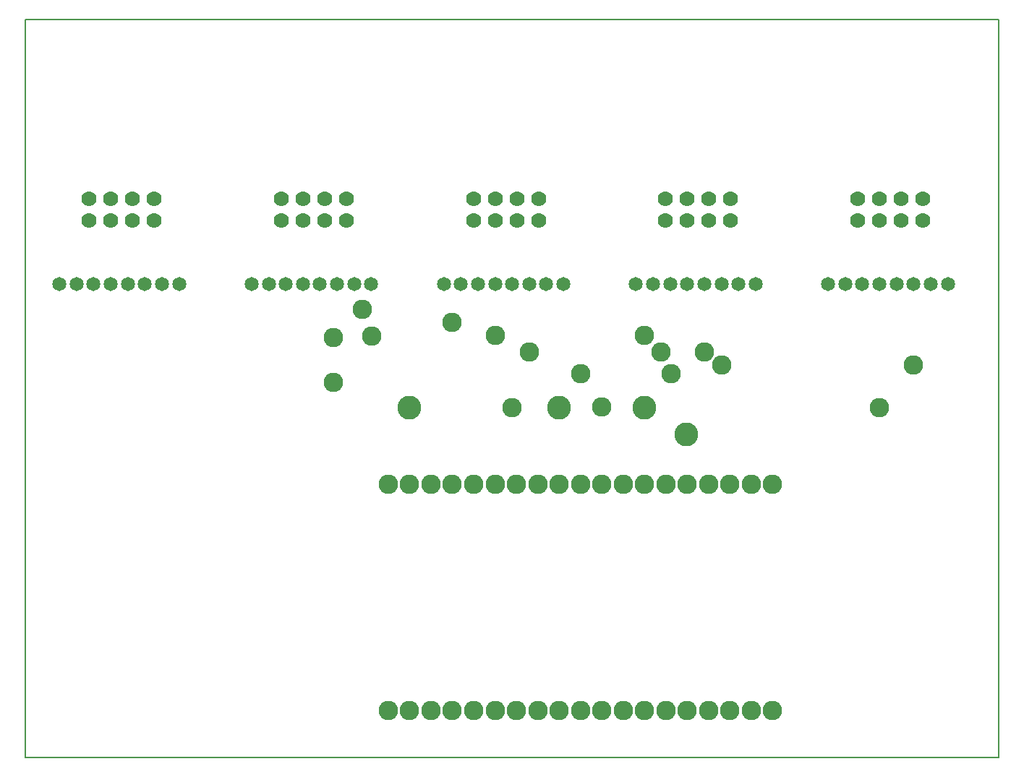
<source format=gbr>
G04 PROTEUS GERBER X2 FILE*
%TF.GenerationSoftware,Labcenter,Proteus,8.6-SP2-Build23525*%
%TF.CreationDate,2025-01-29T09:47:47+00:00*%
%TF.FileFunction,Soldermask,Bot*%
%TF.FilePolarity,Negative*%
%TF.Part,Single*%
%FSLAX45Y45*%
%MOMM*%
G01*
%TA.AperFunction,Material*%
%ADD71C,2.286000*%
%TA.AperFunction,Material*%
%ADD20C,1.778000*%
%ADD21C,1.651000*%
%TA.AperFunction,Material*%
%ADD22C,2.794000*%
%TA.AperFunction,Profile*%
%ADD17C,0.203200*%
%TD.AperFunction*%
D71*
X-1250000Y+3100000D03*
X-2300000Y+3250000D03*
X+3750000Y+2100000D03*
X-2192020Y+2934696D03*
X-750000Y+2950000D03*
X+999857Y+2950000D03*
X+4150000Y+2600000D03*
X-550000Y+2100000D03*
X-2644455Y+2921954D03*
X-2643841Y+2396742D03*
X+500000Y+2104957D03*
X+1700000Y+2750000D03*
X+1190000Y+2750000D03*
X-350000Y+2750000D03*
X+1900000Y+2600000D03*
X+1310000Y+2500000D03*
X+250000Y+2500000D03*
X-2000000Y-1450000D03*
X+2500000Y-1450000D03*
X+2500000Y+1200000D03*
X+2250000Y-1450000D03*
X-1750000Y-1450000D03*
X+1250000Y+1200000D03*
X+1500000Y+1200000D03*
X+1000000Y+1200000D03*
X+250000Y+1200000D03*
X+1000000Y-1450000D03*
X+1500000Y-1450000D03*
X+750000Y-1450000D03*
X+1750000Y+1200000D03*
X+750000Y+1200000D03*
X+500000Y+1200000D03*
X+0Y+1200000D03*
X-250000Y+1200000D03*
X-750000Y+1200000D03*
X-1500000Y+1200000D03*
X-1750000Y+1200000D03*
X+0Y-1450000D03*
X+250000Y-1450000D03*
X+500000Y-1450000D03*
X-500000Y-1450000D03*
X-250000Y-1450000D03*
X-1000000Y-1450000D03*
X-750000Y-1450000D03*
X+1250000Y-1450000D03*
X-500000Y+1200000D03*
X-2000000Y+1200000D03*
X-1000000Y+1200000D03*
X+2250000Y+1200000D03*
X+2000000Y+1200000D03*
X+1750000Y-1450000D03*
X+2000000Y-1450000D03*
X-1250000Y-1450000D03*
X-1500000Y-1450000D03*
X-1250000Y+1200000D03*
D20*
X-5504000Y+4296000D03*
X-5504000Y+4550000D03*
X-5250000Y+4296000D03*
X-5250000Y+4550000D03*
X-4996000Y+4296000D03*
X-4996000Y+4550000D03*
X-4742000Y+4296000D03*
X-4742000Y+4550000D03*
X-3254000Y+4296000D03*
X-3254000Y+4550000D03*
X-3000000Y+4296000D03*
X-3000000Y+4550000D03*
X-2746000Y+4296000D03*
X-2746000Y+4550000D03*
X-2492000Y+4296000D03*
X-2492000Y+4550000D03*
X+1246000Y+4296000D03*
X+1246000Y+4550000D03*
X+1500000Y+4296000D03*
X+1500000Y+4550000D03*
X+1754000Y+4296000D03*
X+1754000Y+4550000D03*
X+2008000Y+4296000D03*
X+2008000Y+4550000D03*
X+3496000Y+4296000D03*
X+3496000Y+4550000D03*
X+3750000Y+4296000D03*
X+3750000Y+4550000D03*
X+4004000Y+4296000D03*
X+4004000Y+4550000D03*
X+4258000Y+4296000D03*
X+4258000Y+4550000D03*
X-1004000Y+4296000D03*
X-1004000Y+4550000D03*
X-750000Y+4296000D03*
X-750000Y+4550000D03*
X-496000Y+4296000D03*
X-496000Y+4550000D03*
X-242000Y+4296000D03*
X-242000Y+4550000D03*
D21*
X-5850000Y+3550000D03*
X-5650000Y+3550000D03*
X-5450000Y+3550000D03*
X-5250000Y+3550000D03*
X-5050000Y+3550000D03*
X-4850000Y+3550000D03*
X-4650000Y+3550000D03*
X-4450000Y+3550000D03*
X-3600000Y+3550000D03*
X-3400000Y+3550000D03*
X-3200000Y+3550000D03*
X-3000000Y+3550000D03*
X-2800000Y+3550000D03*
X-2600000Y+3550000D03*
X-2400000Y+3550000D03*
X-2200000Y+3550000D03*
X-1350000Y+3550000D03*
X-1150000Y+3550000D03*
X-950000Y+3550000D03*
X-750000Y+3550000D03*
X-550000Y+3550000D03*
X-350000Y+3550000D03*
X-150000Y+3550000D03*
X+50000Y+3550000D03*
X+900000Y+3550000D03*
X+1100000Y+3550000D03*
X+1300000Y+3550000D03*
X+1500000Y+3550000D03*
X+1700000Y+3550000D03*
X+1900000Y+3550000D03*
X+2100000Y+3550000D03*
X+2300000Y+3550000D03*
X+3150000Y+3550000D03*
X+3350000Y+3550000D03*
X+3550000Y+3550000D03*
X+3750000Y+3550000D03*
X+3950000Y+3550000D03*
X+4150000Y+3550000D03*
X+4350000Y+3550000D03*
X+4550000Y+3550000D03*
D22*
X+0Y+2100000D03*
X-1750000Y+2100000D03*
X+1000000Y+2100000D03*
X+1490000Y+1790000D03*
D17*
X-6250000Y-2000000D02*
X-6250000Y+6650000D01*
X+5150000Y+6650000D01*
X+5150000Y-2000000D01*
X-6250000Y-2000000D01*
M02*

</source>
